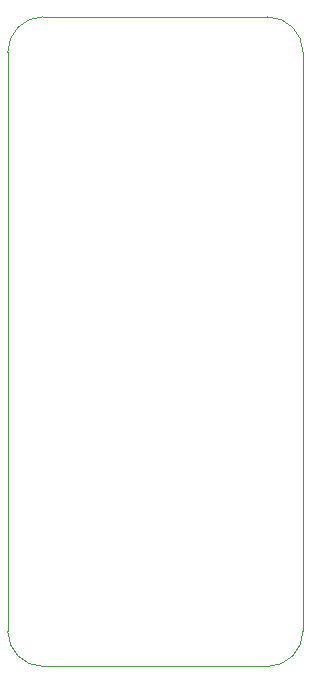
<source format=gbr>
G04 #@! TF.GenerationSoftware,KiCad,Pcbnew,5.1.4-e60b266~84~ubuntu16.04.1*
G04 #@! TF.CreationDate,2019-12-29T16:04:45+00:00*
G04 #@! TF.ProjectId,nas-mod-pi,6e61732d-6d6f-4642-9d70-692e6b696361,rev?*
G04 #@! TF.SameCoordinates,PX4db9760PY83d8710*
G04 #@! TF.FileFunction,Profile,NP*
%FSLAX46Y46*%
G04 Gerber Fmt 4.6, Leading zero omitted, Abs format (unit mm)*
G04 Created by KiCad (PCBNEW 5.1.4-e60b266~84~ubuntu16.04.1) date 2019-12-29 16:04:45*
%MOMM*%
%LPD*%
G04 APERTURE LIST*
%ADD10C,0.050000*%
G04 APERTURE END LIST*
D10*
X0Y52000000D02*
X0Y3000000D01*
X22000000Y0D02*
X3000000Y0D01*
X25000000Y52000000D02*
X25000000Y3000000D01*
X3000000Y55000000D02*
X22000000Y55000000D01*
X22000000Y55000000D02*
G75*
G02X25000000Y52000000I0J-3000000D01*
G01*
X0Y52000000D02*
G75*
G02X3000000Y55000000I3000000J0D01*
G01*
X25000000Y3000000D02*
G75*
G02X22000000Y0I-3000000J0D01*
G01*
X3000000Y0D02*
G75*
G02X0Y3000000I0J3000000D01*
G01*
M02*

</source>
